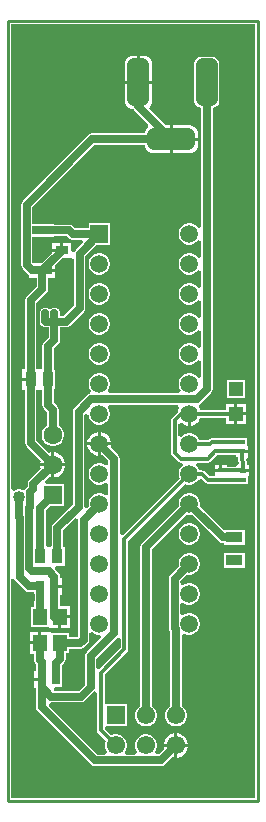
<source format=gtl>
G04*
G04 #@! TF.GenerationSoftware,Altium Limited,Altium Designer,25.4.2 (15)*
G04*
G04 Layer_Physical_Order=1*
G04 Layer_Color=255*
%FSLAX44Y44*%
%MOMM*%
G71*
G04*
G04 #@! TF.SameCoordinates,A96A63F0-213E-4ED1-A765-ED1990C429BC*
G04*
G04*
G04 #@! TF.FilePolarity,Positive*
G04*
G01*
G75*
%ADD15C,0.2540*%
%ADD16R,0.7500X0.9000*%
%ADD17R,1.2000X1.4000*%
%ADD18R,0.5000X0.4000*%
%ADD19R,1.4500X0.9500*%
%ADD20R,1.2000X1.2000*%
%ADD21R,0.5000X0.4500*%
%ADD22R,0.9578X1.2621*%
%ADD23R,1.1000X0.8000*%
%ADD24R,1.7000X0.8000*%
%ADD27C,1.5500*%
%ADD28R,1.5500X1.5500*%
%ADD36C,0.3048*%
%ADD37C,0.6350*%
G04:AMPARAMS|DCode=38|XSize=4mm|YSize=1.8mm|CornerRadius=0.45mm|HoleSize=0mm|Usage=FLASHONLY|Rotation=180.000|XOffset=0mm|YOffset=0mm|HoleType=Round|Shape=RoundedRectangle|*
%AMROUNDEDRECTD38*
21,1,4.0000,0.9000,0,0,180.0*
21,1,3.1000,1.8000,0,0,180.0*
1,1,0.9000,-1.5500,0.4500*
1,1,0.9000,1.5500,0.4500*
1,1,0.9000,1.5500,-0.4500*
1,1,0.9000,-1.5500,-0.4500*
%
%ADD38ROUNDEDRECTD38*%
G04:AMPARAMS|DCode=39|XSize=4mm|YSize=1.8mm|CornerRadius=0.45mm|HoleSize=0mm|Usage=FLASHONLY|Rotation=90.000|XOffset=0mm|YOffset=0mm|HoleType=Round|Shape=RoundedRectangle|*
%AMROUNDEDRECTD39*
21,1,4.0000,0.9000,0,0,90.0*
21,1,3.1000,1.8000,0,0,90.0*
1,1,0.9000,0.4500,1.5500*
1,1,0.9000,0.4500,-1.5500*
1,1,0.9000,-0.4500,-1.5500*
1,1,0.9000,-0.4500,1.5500*
%
%ADD39ROUNDEDRECTD39*%
%ADD40C,1.6000*%
%ADD41R,1.6000X1.6000*%
%ADD42C,1.5000*%
%ADD43R,1.5000X1.5000*%
%ADD44C,1.0160*%
G36*
X1127451Y272089D02*
X921059D01*
Y456843D01*
X923599Y457094D01*
X923690Y456637D01*
X924728Y455082D01*
X932348Y447462D01*
X933903Y446424D01*
X935736Y446059D01*
X940306D01*
Y444826D01*
X940789D01*
Y439200D01*
X940479Y437642D01*
Y433544D01*
X937746D01*
Y416496D01*
X952794D01*
X953730Y415480D01*
Y415480D01*
X961000D01*
Y425020D01*
X962270D01*
Y426290D01*
X970810D01*
Y434560D01*
X962371D01*
Y443810D01*
X963870D01*
Y449580D01*
X957580D01*
Y452120D01*
X963870D01*
Y457890D01*
X962371D01*
Y459232D01*
X962006Y461065D01*
X960968Y462620D01*
X957712Y465875D01*
X958764Y468415D01*
X966433D01*
Y484085D01*
X964911D01*
Y498142D01*
X975297Y508528D01*
X977287Y507663D01*
X977681Y507319D01*
Y407811D01*
X969794D01*
Y411544D01*
X955929D01*
X953810Y412560D01*
X953810Y412560D01*
X953810Y412560D01*
X946540D01*
Y403020D01*
X945270D01*
Y401750D01*
X936730D01*
Y393480D01*
X940479D01*
Y388168D01*
X940844Y386334D01*
X941882Y384780D01*
X942059Y384604D01*
Y379150D01*
X940560D01*
Y373380D01*
X946850D01*
Y370840D01*
X940560D01*
Y365070D01*
X942059D01*
Y348742D01*
X942424Y346908D01*
X943462Y345354D01*
X988674Y300142D01*
X990229Y299104D01*
X992062Y298739D01*
X1047750D01*
X1049584Y299104D01*
X1051138Y300142D01*
X1057392Y306396D01*
X1059095Y305940D01*
X1059180D01*
Y314960D01*
X1050160D01*
Y314875D01*
X1050616Y313172D01*
X1046162Y308717D01*
X1043941Y308887D01*
X1042847Y311186D01*
X1043692Y312650D01*
X1044324Y315009D01*
Y317451D01*
X1043692Y319810D01*
X1042471Y321924D01*
X1040744Y323651D01*
X1038630Y324872D01*
X1036271Y325504D01*
X1033829D01*
X1031470Y324872D01*
X1029356Y323651D01*
X1027629Y321924D01*
X1026408Y319810D01*
X1025776Y317451D01*
Y315009D01*
X1026408Y312650D01*
X1027441Y310861D01*
X1027060Y309620D01*
X1026251Y308321D01*
X1018449D01*
X1017640Y309620D01*
X1017259Y310861D01*
X1018292Y312650D01*
X1018924Y315009D01*
Y317451D01*
X1018292Y319810D01*
X1017071Y321924D01*
X1015344Y323651D01*
X1013230Y324872D01*
X1010871Y325504D01*
X1008429D01*
X1006070Y324872D01*
X1005647Y324628D01*
X1000459Y329816D01*
X1001026Y332356D01*
X1002598Y332356D01*
X1018924D01*
Y350904D01*
X1002598D01*
X1000376Y350904D01*
X1000058Y353312D01*
Y376411D01*
X1018960Y395312D01*
X1019633Y396321D01*
X1019870Y397510D01*
Y489695D01*
X1068060Y537885D01*
X1068397Y537691D01*
X1070692Y537076D01*
X1073068D01*
X1075363Y537691D01*
X1077421Y538879D01*
X1079101Y540559D01*
X1079467Y541194D01*
X1082527Y541714D01*
X1082548Y541706D01*
X1085431Y538823D01*
X1086439Y538149D01*
X1087628Y537912D01*
X1094526D01*
Y537496D01*
X1102574D01*
Y537912D01*
X1107183D01*
X1108138Y537722D01*
X1113576D01*
Y537306D01*
X1121624D01*
Y544290D01*
X1122640D01*
Y547560D01*
X1117600D01*
Y550100D01*
X1122640D01*
Y553370D01*
X1120708D01*
Y556260D01*
X1120471Y557449D01*
X1120056Y558070D01*
X1120460Y559448D01*
X1121237Y560610D01*
X1121370D01*
Y563880D01*
X1116330D01*
Y566420D01*
X1121370D01*
Y569690D01*
X1120354D01*
Y576674D01*
X1112306D01*
Y576258D01*
X1090706D01*
X1089517Y576021D01*
X1088509Y575348D01*
X1087769Y574608D01*
X1080390D01*
X1080289Y574983D01*
X1079101Y577041D01*
X1077421Y578721D01*
X1075363Y579909D01*
X1073068Y580524D01*
X1070692D01*
X1068397Y579909D01*
X1066339Y578721D01*
X1065082Y577464D01*
X1063335Y577875D01*
X1062542Y578374D01*
Y588447D01*
X1065082Y589500D01*
X1065715Y588866D01*
X1068005Y587544D01*
X1070558Y586860D01*
X1070610D01*
Y596900D01*
X1073150D01*
Y586860D01*
X1073202D01*
X1075755Y587544D01*
X1078045Y588866D01*
X1079914Y590735D01*
X1081236Y593025D01*
X1081441Y593792D01*
X1102710D01*
Y588360D01*
X1109980D01*
Y596900D01*
Y605440D01*
X1102710D01*
Y600008D01*
X1081441D01*
X1081236Y600775D01*
X1080214Y602546D01*
X1080320Y604001D01*
X1081000Y605571D01*
X1081960Y606212D01*
X1090088Y614340D01*
X1091126Y615895D01*
X1091491Y617728D01*
Y855986D01*
X1093550Y856395D01*
X1095543Y857727D01*
X1096874Y859720D01*
X1097342Y862070D01*
Y893070D01*
X1096874Y895420D01*
X1095543Y897413D01*
X1093550Y898745D01*
X1091200Y899212D01*
X1082200D01*
X1079849Y898745D01*
X1077857Y897413D01*
X1076525Y895420D01*
X1076058Y893070D01*
Y862070D01*
X1076525Y859720D01*
X1077857Y857727D01*
X1079849Y856395D01*
X1081909Y855986D01*
Y755058D01*
X1079369Y754377D01*
X1079101Y754841D01*
X1077421Y756521D01*
X1075363Y757709D01*
X1073068Y758324D01*
X1070692D01*
X1068397Y757709D01*
X1066339Y756521D01*
X1064659Y754841D01*
X1063471Y752783D01*
X1062856Y750488D01*
Y748112D01*
X1063471Y745817D01*
X1064659Y743759D01*
X1066339Y742079D01*
X1068397Y740891D01*
X1070692Y740276D01*
X1073068D01*
X1075363Y740891D01*
X1077421Y742079D01*
X1079101Y743759D01*
X1079369Y744223D01*
X1081909Y743542D01*
Y729658D01*
X1079369Y728977D01*
X1079101Y729441D01*
X1077421Y731121D01*
X1075363Y732309D01*
X1073068Y732924D01*
X1070692D01*
X1068397Y732309D01*
X1066339Y731121D01*
X1064659Y729441D01*
X1063471Y727383D01*
X1062856Y725088D01*
Y722712D01*
X1063471Y720417D01*
X1064659Y718359D01*
X1066339Y716679D01*
X1068397Y715491D01*
X1070692Y714876D01*
X1073068D01*
X1075363Y715491D01*
X1077421Y716679D01*
X1079101Y718359D01*
X1079369Y718823D01*
X1081909Y718142D01*
Y704258D01*
X1079369Y703577D01*
X1079101Y704041D01*
X1077421Y705721D01*
X1075363Y706909D01*
X1073068Y707524D01*
X1070692D01*
X1068397Y706909D01*
X1066339Y705721D01*
X1064659Y704041D01*
X1063471Y701983D01*
X1062856Y699688D01*
Y697312D01*
X1063471Y695017D01*
X1064659Y692959D01*
X1066339Y691279D01*
X1068397Y690091D01*
X1070692Y689476D01*
X1073068D01*
X1075363Y690091D01*
X1077421Y691279D01*
X1079101Y692959D01*
X1079369Y693423D01*
X1081909Y692742D01*
Y678857D01*
X1079369Y678177D01*
X1079101Y678641D01*
X1077421Y680321D01*
X1075363Y681509D01*
X1073068Y682124D01*
X1070692D01*
X1068397Y681509D01*
X1066339Y680321D01*
X1064659Y678641D01*
X1063471Y676583D01*
X1062856Y674288D01*
Y671912D01*
X1063471Y669617D01*
X1064659Y667559D01*
X1066339Y665879D01*
X1068397Y664691D01*
X1070692Y664076D01*
X1073068D01*
X1075363Y664691D01*
X1077421Y665879D01*
X1079101Y667559D01*
X1079369Y668023D01*
X1081909Y667343D01*
Y653457D01*
X1079369Y652777D01*
X1079101Y653241D01*
X1077421Y654921D01*
X1075363Y656109D01*
X1073068Y656724D01*
X1070692D01*
X1068397Y656109D01*
X1066339Y654921D01*
X1064659Y653241D01*
X1063471Y651183D01*
X1062856Y648888D01*
Y646512D01*
X1063471Y644217D01*
X1064659Y642159D01*
X1066339Y640479D01*
X1068397Y639291D01*
X1070692Y638676D01*
X1073068D01*
X1075363Y639291D01*
X1077421Y640479D01*
X1079101Y642159D01*
X1079369Y642623D01*
X1081909Y641943D01*
Y628058D01*
X1079369Y627377D01*
X1079101Y627841D01*
X1077421Y629521D01*
X1075363Y630709D01*
X1073068Y631324D01*
X1070692D01*
X1068397Y630709D01*
X1066339Y629521D01*
X1064659Y627841D01*
X1063471Y625783D01*
X1062856Y623488D01*
Y621112D01*
X1063471Y618817D01*
X1064560Y616931D01*
X1064364Y616189D01*
X1063435Y614391D01*
X1004125D01*
X1003196Y616189D01*
X1003000Y616931D01*
X1004089Y618817D01*
X1004704Y621112D01*
Y623488D01*
X1004089Y625783D01*
X1002901Y627841D01*
X1001221Y629521D01*
X999163Y630709D01*
X996868Y631324D01*
X994492D01*
X992197Y630709D01*
X990139Y629521D01*
X988459Y627841D01*
X987271Y625783D01*
X986656Y623488D01*
Y621112D01*
X987271Y618817D01*
X988459Y616759D01*
X987498Y614128D01*
X986989Y614026D01*
X985434Y612988D01*
X974766Y602320D01*
X973728Y600765D01*
X973363Y598932D01*
Y520145D01*
X956732Y503514D01*
X955694Y501959D01*
X955329Y500126D01*
Y485606D01*
X954205Y484482D01*
X951498Y484642D01*
X950368Y486252D01*
Y515602D01*
X953562Y518796D01*
X965834D01*
Y537844D01*
X950528D01*
X949556Y540191D01*
X953048Y543682D01*
X954922Y543180D01*
X955040D01*
Y552450D01*
X945770D01*
Y552332D01*
X946272Y550458D01*
X936412Y540598D01*
X935374Y539044D01*
X935009Y537210D01*
Y535384D01*
X933745Y534121D01*
X933329Y533498D01*
X932260Y532567D01*
X930118Y532572D01*
X929903Y532696D01*
X928223Y533146D01*
X926485D01*
X924805Y532696D01*
X923599Y532000D01*
X922432Y532350D01*
X921059Y533178D01*
Y926791D01*
X1127451D01*
Y272089D01*
D02*
G37*
G36*
X1063387Y602269D02*
X1062524Y600775D01*
X1061893Y598420D01*
X1057236Y593764D01*
X1056563Y592755D01*
X1056326Y591566D01*
Y564134D01*
X1056563Y562945D01*
X1057236Y561936D01*
X1062570Y556603D01*
X1063579Y555929D01*
X1064768Y555692D01*
X1065366D01*
X1066100Y553904D01*
X1066170Y553152D01*
X1064659Y551641D01*
X1063471Y549583D01*
X1062856Y547288D01*
Y544912D01*
X1063471Y542617D01*
X1063665Y542280D01*
X1015457Y494072D01*
X1012917Y495124D01*
Y559054D01*
X1012552Y560887D01*
X1011514Y562442D01*
X1005310Y568646D01*
X1005720Y570178D01*
Y570230D01*
X996950D01*
Y561460D01*
X997002D01*
X998534Y561870D01*
X1003226Y557178D01*
X1003093Y554630D01*
X1002293Y554070D01*
X1000795Y553567D01*
X999163Y554509D01*
X996868Y555124D01*
X994492D01*
X992197Y554509D01*
X990139Y553321D01*
X988459Y551641D01*
X987271Y549583D01*
X986656Y547288D01*
Y544912D01*
X987271Y542617D01*
X988459Y540559D01*
X990139Y538879D01*
X992197Y537691D01*
X994492Y537076D01*
X996868D01*
X999163Y537691D01*
X1000795Y538633D01*
X1002293Y538130D01*
X1003335Y537401D01*
Y529399D01*
X1002293Y528670D01*
X1000795Y528167D01*
X999163Y529109D01*
X996868Y529724D01*
X994492D01*
X992197Y529109D01*
X990139Y527921D01*
X988459Y526241D01*
X987271Y524183D01*
X986656Y521888D01*
Y519512D01*
X986798Y518981D01*
X985068Y517326D01*
X982945Y518411D01*
Y596004D01*
X984116Y596894D01*
X986656Y595712D01*
X987271Y593417D01*
X988459Y591359D01*
X990139Y589679D01*
X992197Y588491D01*
X994492Y587876D01*
X996868D01*
X999163Y588491D01*
X1001221Y589679D01*
X1002901Y591359D01*
X1004089Y593417D01*
X1004704Y595712D01*
Y598088D01*
X1004089Y600383D01*
X1003000Y602269D01*
X1003196Y603011D01*
X1004125Y604809D01*
X1062264D01*
X1063387Y602269D01*
D02*
G37*
G36*
X1111290Y560610D02*
X1113222D01*
Y557530D01*
X1113459Y556341D01*
X1113747Y555910D01*
X1113595Y555481D01*
X1112560Y553370D01*
X1110535Y552128D01*
X1103590D01*
Y553560D01*
X1099820D01*
Y549020D01*
X1098550D01*
Y547750D01*
X1093510D01*
Y544480D01*
X1091116Y544128D01*
X1088915D01*
X1084745Y548298D01*
X1083737Y548971D01*
X1082548Y549208D01*
X1080390D01*
X1080289Y549583D01*
X1079101Y551641D01*
X1077590Y553152D01*
X1077660Y553904D01*
X1078394Y555692D01*
X1087628D01*
X1088817Y555929D01*
X1089826Y556603D01*
X1095265Y562042D01*
X1111290D01*
Y560610D01*
D02*
G37*
G36*
X1012685Y407343D02*
X1013654Y406724D01*
Y398797D01*
X995645Y380788D01*
X993105Y381840D01*
Y389683D01*
X1011114Y407693D01*
X1012685Y407343D01*
D02*
G37*
G36*
X990139Y411879D02*
X992197Y410691D01*
X994492Y410076D01*
X996354D01*
X997192Y408814D01*
X997497Y407626D01*
X984926Y395056D01*
X983888Y393502D01*
X983523Y391668D01*
Y367744D01*
X978202Y362423D01*
X958035D01*
X957185Y363546D01*
X958448Y366086D01*
X964124D01*
Y378134D01*
X963641D01*
Y383842D01*
X965658Y385858D01*
X966696Y387412D01*
X967061Y389246D01*
Y394496D01*
X969794D01*
Y398229D01*
X979678D01*
X981512Y398593D01*
X983066Y399632D01*
X985860Y402426D01*
X986898Y403980D01*
X987263Y405814D01*
Y411163D01*
X989803Y412215D01*
X990139Y411879D01*
D02*
G37*
G36*
X992873Y361623D02*
X993842Y361004D01*
Y328930D01*
X994079Y327741D01*
X994753Y326732D01*
X1001252Y320233D01*
X1001008Y319810D01*
X1000376Y317451D01*
Y315009D01*
X1001008Y312650D01*
X1002041Y310861D01*
X1001660Y309620D01*
X1000851Y308321D01*
X994046D01*
X952975Y349393D01*
X952895Y349586D01*
X953113Y350891D01*
X954978Y352841D01*
X980186D01*
X982020Y353206D01*
X983574Y354244D01*
X991302Y361973D01*
X992873Y361623D01*
D02*
G37*
%LPC*%
G36*
X1033200Y900171D02*
X1029970D01*
Y878840D01*
X1040301D01*
Y893070D01*
X1040059Y894908D01*
X1039349Y896620D01*
X1038221Y898091D01*
X1036750Y899219D01*
X1035038Y899929D01*
X1033200Y900171D01*
D02*
G37*
G36*
X1027430D02*
X1024200D01*
X1022362Y899929D01*
X1020650Y899219D01*
X1019179Y898091D01*
X1018051Y896620D01*
X1017341Y894908D01*
X1017099Y893070D01*
Y878840D01*
X1027430D01*
Y900171D01*
D02*
G37*
G36*
X1072200Y841171D02*
X1057970D01*
Y830840D01*
X1079301D01*
Y834070D01*
X1079059Y835908D01*
X1078349Y837620D01*
X1077221Y839091D01*
X1075750Y840219D01*
X1074038Y840929D01*
X1072200Y841171D01*
D02*
G37*
G36*
X1079301Y828300D02*
X1057970D01*
Y817969D01*
X1072200D01*
X1074038Y818211D01*
X1075750Y818921D01*
X1077221Y820049D01*
X1078349Y821520D01*
X1079059Y823232D01*
X1079301Y825070D01*
Y828300D01*
D02*
G37*
G36*
X1040301Y876300D02*
X1028700D01*
X1017099D01*
Y862070D01*
X1017341Y860232D01*
X1018051Y858520D01*
X1019179Y857049D01*
X1020650Y855921D01*
X1022362Y855211D01*
X1024200Y854969D01*
X1024786D01*
X1025312Y854182D01*
X1037016Y842479D01*
X1036537Y839366D01*
X1036179Y839091D01*
X1035051Y837620D01*
X1034341Y835908D01*
X1034137Y834361D01*
X989844D01*
X988011Y833997D01*
X986456Y832958D01*
X930824Y777326D01*
X929786Y775771D01*
X929421Y773938D01*
Y722902D01*
X929786Y721068D01*
X930824Y719514D01*
X935396Y714942D01*
X936390Y714278D01*
Y711790D01*
X942639D01*
Y704813D01*
X934220Y696394D01*
X933182Y694839D01*
X932817Y693006D01*
Y634961D01*
X930279D01*
Y627380D01*
X937608D01*
Y624840D01*
X930279D01*
Y617259D01*
X932817D01*
Y572422D01*
X933182Y570588D01*
X934220Y569034D01*
X946272Y556982D01*
X945770Y555108D01*
Y554990D01*
X955040D01*
Y564260D01*
X954922D01*
X953048Y563758D01*
X942399Y574407D01*
Y617254D01*
X944937Y617259D01*
X947361Y616980D01*
Y604614D01*
X947726Y602780D01*
X948764Y601226D01*
X951519Y598471D01*
Y587351D01*
X950462Y586741D01*
X948689Y584968D01*
X947435Y582796D01*
X946786Y580374D01*
Y577866D01*
X947435Y575444D01*
X948689Y573272D01*
X950462Y571499D01*
X952634Y570245D01*
X955056Y569596D01*
X957564D01*
X959986Y570245D01*
X962158Y571499D01*
X963931Y573272D01*
X965185Y575444D01*
X965834Y577866D01*
Y580374D01*
X965185Y582796D01*
X963931Y584968D01*
X962158Y586741D01*
X961101Y587351D01*
Y600456D01*
X960736Y602289D01*
X959698Y603844D01*
X956943Y606599D01*
Y618275D01*
X958465D01*
Y633945D01*
X956943D01*
Y652066D01*
X960968Y656090D01*
X962006Y657645D01*
X962371Y659478D01*
Y670087D01*
X967232D01*
X969065Y670452D01*
X970620Y671490D01*
X982304Y683174D01*
X983342Y684728D01*
X983707Y686562D01*
Y730552D01*
X993432Y740276D01*
X1004704D01*
Y758324D01*
X986656D01*
Y754091D01*
X975041D01*
X973414Y755718D01*
X971860Y756757D01*
X970026Y757121D01*
X957454D01*
Y757854D01*
X939003D01*
Y771954D01*
X991829Y824779D01*
X1034137D01*
X1034341Y823232D01*
X1035051Y821520D01*
X1036179Y820049D01*
X1037650Y818921D01*
X1039362Y818211D01*
X1041200Y817969D01*
X1055430D01*
Y829570D01*
Y841171D01*
X1051875D01*
X1038084Y854961D01*
X1038221Y857049D01*
X1039349Y858520D01*
X1040059Y860232D01*
X1040301Y862070D01*
Y876300D01*
D02*
G37*
G36*
X996868Y732924D02*
X994492D01*
X992197Y732309D01*
X990139Y731121D01*
X988459Y729441D01*
X987271Y727383D01*
X986656Y725088D01*
Y722712D01*
X987271Y720417D01*
X988459Y718359D01*
X990139Y716679D01*
X992197Y715491D01*
X994492Y714876D01*
X996868D01*
X999163Y715491D01*
X1001221Y716679D01*
X1002901Y718359D01*
X1004089Y720417D01*
X1004704Y722712D01*
Y725088D01*
X1004089Y727383D01*
X1002901Y729441D01*
X1001221Y731121D01*
X999163Y732309D01*
X996868Y732924D01*
D02*
G37*
G36*
Y707524D02*
X994492D01*
X992197Y706909D01*
X990139Y705721D01*
X988459Y704041D01*
X987271Y701983D01*
X986656Y699688D01*
Y697312D01*
X987271Y695017D01*
X988459Y692959D01*
X990139Y691279D01*
X992197Y690091D01*
X994492Y689476D01*
X996868D01*
X999163Y690091D01*
X1001221Y691279D01*
X1002901Y692959D01*
X1004089Y695017D01*
X1004704Y697312D01*
Y699688D01*
X1004089Y701983D01*
X1002901Y704041D01*
X1001221Y705721D01*
X999163Y706909D01*
X996868Y707524D01*
D02*
G37*
G36*
Y682124D02*
X994492D01*
X992197Y681509D01*
X990139Y680321D01*
X988459Y678641D01*
X987271Y676583D01*
X986656Y674288D01*
Y671912D01*
X987271Y669617D01*
X988459Y667559D01*
X990139Y665879D01*
X992197Y664691D01*
X994492Y664076D01*
X996868D01*
X999163Y664691D01*
X1001221Y665879D01*
X1002901Y667559D01*
X1004089Y669617D01*
X1004704Y671912D01*
Y674288D01*
X1004089Y676583D01*
X1002901Y678641D01*
X1001221Y680321D01*
X999163Y681509D01*
X996868Y682124D01*
D02*
G37*
G36*
Y656724D02*
X994492D01*
X992197Y656109D01*
X990139Y654921D01*
X988459Y653241D01*
X987271Y651183D01*
X986656Y648888D01*
Y646512D01*
X987271Y644217D01*
X988459Y642159D01*
X990139Y640479D01*
X992197Y639291D01*
X994492Y638676D01*
X996868D01*
X999163Y639291D01*
X1001221Y640479D01*
X1002901Y642159D01*
X1004089Y644217D01*
X1004704Y646512D01*
Y648888D01*
X1004089Y651183D01*
X1002901Y653241D01*
X1001221Y654921D01*
X999163Y656109D01*
X996868Y656724D01*
D02*
G37*
G36*
X1118774Y625424D02*
X1103726D01*
Y610376D01*
X1118774D01*
Y625424D01*
D02*
G37*
G36*
X1119790Y605440D02*
X1112520D01*
Y598170D01*
X1119790D01*
Y605440D01*
D02*
G37*
G36*
Y595630D02*
X1112520D01*
Y588360D01*
X1119790D01*
Y595630D01*
D02*
G37*
G36*
X957698Y564260D02*
X957580D01*
Y554990D01*
X966850D01*
Y555108D01*
X966132Y557788D01*
X964744Y560192D01*
X962782Y562154D01*
X960378Y563542D01*
X957698Y564260D01*
D02*
G37*
G36*
X966850Y552450D02*
X957580D01*
Y543180D01*
X957698D01*
X960378Y543898D01*
X962782Y545286D01*
X964744Y547248D01*
X966132Y549652D01*
X966850Y552332D01*
Y552450D01*
D02*
G37*
G36*
X1073068Y504324D02*
X1070692D01*
X1068397Y503709D01*
X1066339Y502521D01*
X1064659Y500841D01*
X1063471Y498783D01*
X1062856Y496488D01*
Y494112D01*
X1063471Y491817D01*
X1064659Y489759D01*
X1066339Y488079D01*
X1068397Y486891D01*
X1070692Y486276D01*
X1073068D01*
X1075363Y486891D01*
X1077421Y488079D01*
X1079101Y489759D01*
X1080289Y491817D01*
X1080904Y494112D01*
Y496488D01*
X1080289Y498783D01*
X1079101Y500841D01*
X1077421Y502521D01*
X1075363Y503709D01*
X1073068Y504324D01*
D02*
G37*
G36*
Y529724D02*
X1070692D01*
X1068397Y529109D01*
X1066339Y527921D01*
X1064659Y526241D01*
X1063471Y524183D01*
X1062856Y521888D01*
Y519512D01*
X1063080Y518676D01*
X1031662Y487258D01*
X1030624Y485704D01*
X1030259Y483870D01*
Y349573D01*
X1029356Y349051D01*
X1027629Y347324D01*
X1026408Y345210D01*
X1025776Y342851D01*
Y340409D01*
X1026408Y338050D01*
X1027629Y335936D01*
X1029356Y334209D01*
X1031470Y332988D01*
X1033829Y332356D01*
X1036271D01*
X1038630Y332988D01*
X1040744Y334209D01*
X1042471Y335936D01*
X1043692Y338050D01*
X1044324Y340409D01*
Y342851D01*
X1043692Y345210D01*
X1042471Y347324D01*
X1040744Y349051D01*
X1039841Y349573D01*
Y481885D01*
X1069856Y511900D01*
X1070692Y511676D01*
X1073068D01*
X1073904Y511900D01*
X1096842Y488962D01*
X1098397Y487924D01*
X1100230Y487559D01*
X1101206D01*
Y486076D01*
X1118754D01*
Y498624D01*
X1101206D01*
X1101206Y498624D01*
Y498624D01*
X1099319Y500036D01*
X1080680Y518676D01*
X1080904Y519512D01*
Y521888D01*
X1080289Y524183D01*
X1079101Y526241D01*
X1077421Y527921D01*
X1075363Y529109D01*
X1073068Y529724D01*
D02*
G37*
G36*
X1118754Y479124D02*
X1101206D01*
Y466576D01*
X1118754D01*
Y479124D01*
D02*
G37*
G36*
X1073068Y478924D02*
X1070692D01*
X1068397Y478309D01*
X1066339Y477121D01*
X1064659Y475441D01*
X1063471Y473383D01*
X1062856Y471088D01*
Y468712D01*
X1063080Y467876D01*
X1056046Y460842D01*
X1055008Y459287D01*
X1054643Y457454D01*
Y415798D01*
X1055008Y413965D01*
X1055659Y412990D01*
Y349573D01*
X1054756Y349051D01*
X1053029Y347324D01*
X1051808Y345210D01*
X1051176Y342851D01*
Y340409D01*
X1051808Y338050D01*
X1053029Y335936D01*
X1054756Y334209D01*
X1056870Y332988D01*
X1059229Y332356D01*
X1061671D01*
X1064030Y332988D01*
X1066144Y334209D01*
X1067871Y335936D01*
X1069092Y338050D01*
X1069724Y340409D01*
Y342851D01*
X1069092Y345210D01*
X1067871Y347324D01*
X1066144Y349051D01*
X1065241Y349573D01*
Y409580D01*
X1067781Y411046D01*
X1068397Y410691D01*
X1070692Y410076D01*
X1073068D01*
X1075363Y410691D01*
X1077421Y411879D01*
X1079101Y413559D01*
X1080289Y415617D01*
X1080904Y417912D01*
Y420288D01*
X1080289Y422583D01*
X1079101Y424641D01*
X1077421Y426321D01*
X1075363Y427509D01*
X1073068Y428124D01*
X1070692D01*
X1068397Y427509D01*
X1066765Y426567D01*
X1065267Y427070D01*
X1064225Y427799D01*
Y435801D01*
X1065267Y436530D01*
X1066765Y437033D01*
X1068397Y436091D01*
X1070692Y435476D01*
X1073068D01*
X1075363Y436091D01*
X1077421Y437279D01*
X1079101Y438959D01*
X1080289Y441017D01*
X1080904Y443312D01*
Y445688D01*
X1080289Y447983D01*
X1079101Y450041D01*
X1077421Y451721D01*
X1075363Y452909D01*
X1073068Y453524D01*
X1070692D01*
X1068397Y452909D01*
X1066765Y451967D01*
X1065267Y452470D01*
X1064467Y453030D01*
X1064334Y455578D01*
X1069856Y461100D01*
X1070692Y460876D01*
X1073068D01*
X1075363Y461491D01*
X1077421Y462679D01*
X1079101Y464359D01*
X1080289Y466417D01*
X1080904Y468712D01*
Y471088D01*
X1080289Y473383D01*
X1079101Y475441D01*
X1077421Y477121D01*
X1075363Y478309D01*
X1073068Y478924D01*
D02*
G37*
G36*
X970810Y423750D02*
X963540D01*
Y415480D01*
X970810D01*
Y423750D01*
D02*
G37*
G36*
X944000Y412560D02*
X936730D01*
Y404290D01*
X944000D01*
Y412560D01*
D02*
G37*
G36*
X1061805Y326520D02*
X1061720D01*
Y317500D01*
X1070740D01*
Y317585D01*
X1070039Y320202D01*
X1068684Y322548D01*
X1066768Y324464D01*
X1064422Y325819D01*
X1061805Y326520D01*
D02*
G37*
G36*
X1059180D02*
X1059095D01*
X1056478Y325819D01*
X1054132Y324464D01*
X1052216Y322548D01*
X1050861Y320202D01*
X1050160Y317585D01*
Y317500D01*
X1059180D01*
Y326520D01*
D02*
G37*
G36*
X1070740Y314960D02*
X1061720D01*
Y305940D01*
X1061805D01*
X1064422Y306641D01*
X1066768Y307996D01*
X1068684Y309912D01*
X1070039Y312258D01*
X1070740Y314875D01*
Y314960D01*
D02*
G37*
%LPD*%
G36*
X969668Y745912D02*
X971223Y744874D01*
X973056Y744509D01*
X980795D01*
X981767Y742162D01*
X975528Y735924D01*
X974490Y734370D01*
X971970Y734722D01*
Y741870D01*
X965200D01*
Y735330D01*
X963930D01*
Y734060D01*
X955890D01*
Y733565D01*
X947195Y724870D01*
X939020D01*
X939003Y724886D01*
Y746806D01*
X957454D01*
Y747539D01*
X968042D01*
X969668Y745912D01*
D02*
G37*
G36*
X971970Y728790D02*
X974125Y727860D01*
Y688547D01*
X965247Y679669D01*
X962371D01*
Y681990D01*
X962006Y683823D01*
X961604Y684426D01*
Y685764D01*
X960390D01*
X959413Y686416D01*
X957580Y686781D01*
X955747Y686416D01*
X954770Y685764D01*
X952890D01*
X951913Y686416D01*
X950080Y686781D01*
X948246Y686416D01*
X947270Y685764D01*
X946056D01*
Y684426D01*
X945654Y683823D01*
X945289Y681990D01*
Y675266D01*
X945654Y673433D01*
X946692Y671878D01*
X947080Y671490D01*
X948634Y670452D01*
X950468Y670087D01*
X952789D01*
Y661462D01*
X948764Y657438D01*
X947726Y655883D01*
X947361Y654050D01*
Y635240D01*
X944937Y634961D01*
X944937Y634961D01*
X942399D01*
Y691021D01*
X950818Y699440D01*
X951857Y700995D01*
X952221Y702828D01*
Y711790D01*
X958470D01*
Y717060D01*
X947430D01*
Y719600D01*
X958470D01*
Y722594D01*
X964666Y728790D01*
X971970D01*
Y728790D01*
D02*
G37*
%LPC*%
G36*
X962660Y741870D02*
X955890D01*
Y736600D01*
X962660D01*
Y741870D01*
D02*
G37*
G36*
X997002Y581540D02*
X996950D01*
Y572770D01*
X1005720D01*
Y572822D01*
X1005036Y575375D01*
X1003714Y577665D01*
X1001845Y579534D01*
X999555Y580856D01*
X997002Y581540D01*
D02*
G37*
G36*
X994410D02*
X994358D01*
X991805Y580856D01*
X989515Y579534D01*
X987646Y577665D01*
X986324Y575375D01*
X985640Y572822D01*
Y572770D01*
X994410D01*
Y581540D01*
D02*
G37*
G36*
Y570230D02*
X985640D01*
Y570178D01*
X986324Y567625D01*
X987646Y565335D01*
X989515Y563466D01*
X991805Y562144D01*
X994358Y561460D01*
X994410D01*
Y570230D01*
D02*
G37*
G36*
X1097280Y553560D02*
X1093510D01*
Y550290D01*
X1097280D01*
Y553560D01*
D02*
G37*
%LPD*%
D15*
X918210Y269240D02*
X1130300D01*
X918210Y929640D02*
X1130300D01*
Y269240D02*
Y929640D01*
X918210Y269240D02*
Y929640D01*
D16*
X946850Y372110D02*
D03*
X958850D02*
D03*
X957580Y450850D02*
D03*
X945580D02*
D03*
D17*
X945270Y403020D02*
D03*
Y425020D02*
D03*
X962270D02*
D03*
Y403020D02*
D03*
D18*
X1098550Y541020D02*
D03*
Y549020D02*
D03*
X1117600Y548830D02*
D03*
Y540830D02*
D03*
X1116330Y573150D02*
D03*
Y565150D02*
D03*
D19*
X1109980Y492350D02*
D03*
Y472850D02*
D03*
D20*
X1111250Y617900D02*
D03*
Y596900D02*
D03*
D21*
X950080Y681990D02*
D03*
X957580D02*
D03*
D22*
X945576Y476250D02*
D03*
X960120D02*
D03*
X937608Y626110D02*
D03*
X952152D02*
D03*
D23*
X963930Y735330D02*
D03*
D24*
X947430Y752330D02*
D03*
Y718330D02*
D03*
D27*
X1060450Y316230D02*
D03*
X1035050D02*
D03*
X1009650D02*
D03*
X1060450Y341630D02*
D03*
X1035050D02*
D03*
D28*
X1009650D02*
D03*
D36*
X1089056Y571500D02*
X1090706Y573150D01*
X1116330D01*
X1071880Y571500D02*
X1089056D01*
X1071880Y596900D02*
X1091438D01*
X1111250D01*
X1064768D02*
X1071880D01*
X1016762Y490982D02*
X1071880Y546100D01*
X1016762Y397510D02*
Y490982D01*
X996950Y377698D02*
X1016762Y397510D01*
X996950Y328930D02*
Y377698D01*
Y328930D02*
X1009650Y316230D01*
X1059434Y591566D02*
X1064768Y596900D01*
X1059434Y564134D02*
Y591566D01*
Y564134D02*
X1064768Y558800D01*
X1087628D01*
X1093978Y565150D01*
X1116330D01*
X1115822Y548830D02*
X1117600D01*
X1115632Y549020D02*
X1115822Y548830D01*
X1098550Y549020D02*
X1115632D01*
X1116330Y557530D02*
Y565150D01*
Y557530D02*
X1117600Y556260D01*
Y548830D02*
Y556260D01*
X1087628Y541020D02*
X1098550D01*
X1082548Y546100D02*
X1087628Y541020D01*
X1071880Y546100D02*
X1082548D01*
X1108138Y540830D02*
X1117600D01*
X1107948Y541020D02*
X1108138Y540830D01*
X1098550Y541020D02*
X1107948D01*
D37*
X927354Y509524D02*
X928116Y508762D01*
X939800Y533400D02*
Y537210D01*
X956310Y553720D01*
X937133Y530733D02*
X939800Y533400D01*
X937133Y518048D02*
Y530733D01*
X927354Y509524D02*
Y526542D01*
X928116Y458470D02*
Y508762D01*
X957580Y425020D02*
Y450850D01*
X946850Y348742D02*
Y365760D01*
X937608Y572422D02*
Y626110D01*
Y572422D02*
X956310Y553720D01*
X1047750Y303530D02*
X1060450Y316230D01*
X992062Y303530D02*
X1047750D01*
X946850Y348742D02*
X992062Y303530D01*
X1100230Y492350D02*
X1109980D01*
X1071880Y520700D02*
X1100230Y492350D01*
X952152Y626110D02*
Y654050D01*
X957580Y659478D01*
Y681990D01*
X950080Y675266D02*
Y681990D01*
Y675266D02*
X950468Y674878D01*
X967232D01*
X978916Y686562D01*
Y732536D01*
X995680Y749300D01*
X1028700Y857570D02*
Y877570D01*
Y857570D02*
X1056700Y829570D01*
X938784Y718330D02*
X947430D01*
X934212Y722902D02*
X938784Y718330D01*
X934212Y722902D02*
Y773938D01*
X989844Y829570D01*
X1056700D01*
X946850Y365760D02*
Y372110D01*
Y365760D02*
X954978Y357632D01*
X980186D01*
X988314Y365760D01*
Y391668D01*
X1008126Y411480D01*
Y559054D01*
X995680Y571500D02*
X1008126Y559054D01*
X947430Y702828D02*
Y718330D01*
X937608Y693006D02*
X947430Y702828D01*
X937608Y626110D02*
Y693006D01*
X945576Y476250D02*
Y517587D01*
X956310Y528320D01*
X963930Y734830D02*
Y735330D01*
X947430Y718330D02*
X963930Y734830D01*
X957580Y450850D02*
Y459232D01*
X953262Y463550D02*
X957580Y459232D01*
X938784Y463550D02*
X953262D01*
X935990Y466344D02*
X938784Y463550D01*
X935990Y466344D02*
Y516905D01*
X937133Y518048D01*
X935736Y450850D02*
X945580D01*
X928116Y458470D02*
X935736Y450850D01*
X960120Y476250D02*
Y500126D01*
X978154Y518160D01*
Y598932D01*
X988822Y609600D01*
X1078572D01*
X1086700Y617728D01*
Y877570D01*
X957580Y425020D02*
X962270D01*
X982472Y507492D02*
X995680Y520700D01*
X982472Y405814D02*
Y507492D01*
X979678Y403020D02*
X982472Y405814D01*
X962270Y403020D02*
X979678D01*
X1035050Y341630D02*
Y483870D01*
X1071880Y520700D01*
X1059434Y457454D02*
X1071880Y469900D01*
X1059434Y415798D02*
Y457454D01*
Y415798D02*
X1060450Y414782D01*
Y341630D02*
Y414782D01*
X945270Y388168D02*
Y403020D01*
Y388168D02*
X946850Y386588D01*
Y372110D02*
Y386588D01*
X973056Y749300D02*
X995680D01*
X970026Y752330D02*
X973056Y749300D01*
X947430Y752330D02*
X970026D01*
X952152Y604614D02*
Y626110D01*
Y604614D02*
X956310Y600456D01*
Y579120D02*
Y600456D01*
X945580Y437952D02*
Y450850D01*
X945270Y437642D02*
X945580Y437952D01*
X945270Y425020D02*
Y437642D01*
X962270Y389246D02*
Y403020D01*
X958850Y385826D02*
X962270Y389246D01*
X958850Y372110D02*
Y385826D01*
D38*
X1056700Y829570D02*
D03*
D39*
X1028700Y877570D02*
D03*
X1086700D02*
D03*
D40*
X956310Y579120D02*
D03*
Y553720D02*
D03*
D41*
Y528320D02*
D03*
D42*
X1071880Y419100D02*
D03*
Y444500D02*
D03*
Y469900D02*
D03*
Y495300D02*
D03*
Y520700D02*
D03*
Y546100D02*
D03*
Y571500D02*
D03*
Y596900D02*
D03*
Y622300D02*
D03*
Y647700D02*
D03*
Y673100D02*
D03*
Y698500D02*
D03*
Y723900D02*
D03*
Y749300D02*
D03*
X995680Y419100D02*
D03*
Y444500D02*
D03*
Y469900D02*
D03*
Y495300D02*
D03*
Y520700D02*
D03*
Y546100D02*
D03*
Y571500D02*
D03*
Y596900D02*
D03*
Y622300D02*
D03*
Y647700D02*
D03*
Y673100D02*
D03*
Y698500D02*
D03*
Y723900D02*
D03*
D43*
Y749300D02*
D03*
D44*
X927354Y526542D02*
D03*
M02*

</source>
